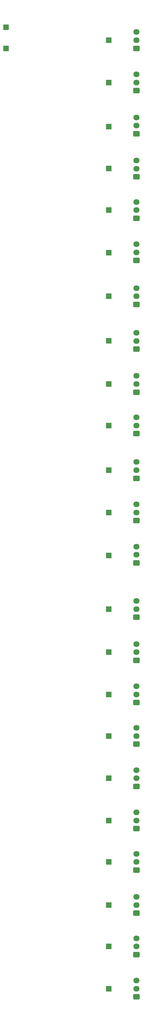
<source format=gbr>
%TF.GenerationSoftware,KiCad,Pcbnew,8.0.1*%
%TF.CreationDate,2024-04-02T05:11:47+03:00*%
%TF.ProjectId,led connectors,6c656420-636f-46e6-9e65-63746f72732e,rev?*%
%TF.SameCoordinates,Original*%
%TF.FileFunction,Soldermask,Bot*%
%TF.FilePolarity,Negative*%
%FSLAX46Y46*%
G04 Gerber Fmt 4.6, Leading zero omitted, Abs format (unit mm)*
G04 Created by KiCad (PCBNEW 8.0.1) date 2024-04-02 05:11:47*
%MOMM*%
%LPD*%
G01*
G04 APERTURE LIST*
G04 Aperture macros list*
%AMRoundRect*
0 Rectangle with rounded corners*
0 $1 Rounding radius*
0 $2 $3 $4 $5 $6 $7 $8 $9 X,Y pos of 4 corners*
0 Add a 4 corners polygon primitive as box body*
4,1,4,$2,$3,$4,$5,$6,$7,$8,$9,$2,$3,0*
0 Add four circle primitives for the rounded corners*
1,1,$1+$1,$2,$3*
1,1,$1+$1,$4,$5*
1,1,$1+$1,$6,$7*
1,1,$1+$1,$8,$9*
0 Add four rect primitives between the rounded corners*
20,1,$1+$1,$2,$3,$4,$5,0*
20,1,$1+$1,$4,$5,$6,$7,0*
20,1,$1+$1,$6,$7,$8,$9,0*
20,1,$1+$1,$8,$9,$2,$3,0*%
G04 Aperture macros list end*
%ADD10R,1.700000X1.700000*%
%ADD11RoundRect,0.250000X0.725000X-0.600000X0.725000X0.600000X-0.725000X0.600000X-0.725000X-0.600000X0*%
%ADD12O,1.950000X1.700000*%
G04 APERTURE END LIST*
D10*
%TO.C,J48*%
X31750000Y-29500000D03*
%TD*%
%TO.C,J1*%
X31750000Y-23000000D03*
%TD*%
%TO.C,J33*%
X63500000Y-267000000D03*
%TD*%
D11*
%TO.C,J47*%
X72000000Y-321250000D03*
D12*
X72000000Y-318750000D03*
X72000000Y-316250000D03*
%TD*%
D10*
%TO.C,J31*%
X63500000Y-241000000D03*
%TD*%
%TO.C,J36*%
X63500000Y-305750000D03*
%TD*%
%TO.C,J13*%
X63500000Y-159250000D03*
%TD*%
%TO.C,J34*%
X63500000Y-279750000D03*
%TD*%
D11*
%TO.C,J16*%
X72000000Y-42500000D03*
D12*
X72000000Y-40000000D03*
X72000000Y-37500000D03*
%TD*%
D11*
%TO.C,J46*%
X72000000Y-308250000D03*
D12*
X72000000Y-305750000D03*
X72000000Y-303250000D03*
%TD*%
D11*
%TO.C,J18*%
X72000000Y-69000000D03*
D12*
X72000000Y-66500000D03*
X72000000Y-64000000D03*
%TD*%
D10*
%TO.C,J12*%
X63500000Y-145500000D03*
%TD*%
D11*
%TO.C,J19*%
X72050000Y-81750000D03*
D12*
X72050000Y-79250000D03*
X72050000Y-76750000D03*
%TD*%
D11*
%TO.C,J2*%
X72000000Y-29500000D03*
D12*
X72000000Y-27000000D03*
X72000000Y-24500000D03*
%TD*%
D10*
%TO.C,J6*%
X63475000Y-66450000D03*
%TD*%
D11*
%TO.C,J41*%
X72000000Y-243500000D03*
D12*
X72000000Y-241000000D03*
X72000000Y-238500000D03*
%TD*%
D11*
%TO.C,J21*%
X72000000Y-108250000D03*
D12*
X72000000Y-105750000D03*
X72000000Y-103250000D03*
%TD*%
D11*
%TO.C,J17*%
X72000000Y-55750000D03*
D12*
X72000000Y-53250000D03*
X72000000Y-50750000D03*
%TD*%
D10*
%TO.C,J7*%
X63500000Y-79250000D03*
%TD*%
%TO.C,J5*%
X63500000Y-53600000D03*
%TD*%
D11*
%TO.C,J22*%
X72000000Y-122000000D03*
D12*
X72000000Y-119500000D03*
X72000000Y-117000000D03*
%TD*%
D10*
%TO.C,J8*%
X63500000Y-92350000D03*
%TD*%
%TO.C,J3*%
X63500000Y-27000000D03*
%TD*%
D11*
%TO.C,J26*%
X72000000Y-174750000D03*
D12*
X72000000Y-172250000D03*
X72000000Y-169750000D03*
%TD*%
D10*
%TO.C,J28*%
X63500000Y-202000000D03*
%TD*%
D11*
%TO.C,J25*%
X72000000Y-161750000D03*
D12*
X72000000Y-159250000D03*
X72000000Y-156750000D03*
%TD*%
D11*
%TO.C,J45*%
X72000000Y-295500000D03*
D12*
X72000000Y-293000000D03*
X72000000Y-290500000D03*
%TD*%
D11*
%TO.C,J38*%
X72000000Y-204500000D03*
D12*
X72000000Y-202000000D03*
X72000000Y-199500000D03*
%TD*%
D10*
%TO.C,J29*%
X63500000Y-215250000D03*
%TD*%
%TO.C,J32*%
X63500000Y-254000000D03*
%TD*%
D11*
%TO.C,J39*%
X72000000Y-217750000D03*
D12*
X72000000Y-215250000D03*
X72000000Y-212750000D03*
%TD*%
D10*
%TO.C,J35*%
X63500000Y-293000000D03*
%TD*%
%TO.C,J14*%
X63500000Y-172250000D03*
%TD*%
%TO.C,J9*%
X63500000Y-105750000D03*
%TD*%
D11*
%TO.C,J44*%
X72000000Y-282250000D03*
D12*
X72000000Y-279750000D03*
X72000000Y-277250000D03*
%TD*%
D10*
%TO.C,J10*%
X63450000Y-119450000D03*
%TD*%
D11*
%TO.C,J40*%
X72000000Y-230750000D03*
D12*
X72000000Y-228250000D03*
X72000000Y-225750000D03*
%TD*%
D11*
%TO.C,J23*%
X72000000Y-135250000D03*
D12*
X72000000Y-132750000D03*
X72000000Y-130250000D03*
%TD*%
D11*
%TO.C,J43*%
X72000000Y-269500000D03*
D12*
X72000000Y-267000000D03*
X72000000Y-264500000D03*
%TD*%
D10*
%TO.C,J11*%
X63500000Y-132750000D03*
%TD*%
D11*
%TO.C,J24*%
X72000000Y-148000000D03*
D12*
X72000000Y-145500000D03*
X72000000Y-143000000D03*
%TD*%
D10*
%TO.C,J4*%
X63500000Y-40000000D03*
%TD*%
D11*
%TO.C,J42*%
X72000000Y-256500000D03*
D12*
X72000000Y-254000000D03*
X72000000Y-251500000D03*
%TD*%
D10*
%TO.C,J37*%
X63500000Y-318750000D03*
%TD*%
%TO.C,J30*%
X63500000Y-228250000D03*
%TD*%
D11*
%TO.C,J20*%
X72000000Y-94750000D03*
D12*
X72000000Y-92250000D03*
X72000000Y-89750000D03*
%TD*%
D11*
%TO.C,J27*%
X72000000Y-187750000D03*
D12*
X72000000Y-185250000D03*
X72000000Y-182750000D03*
%TD*%
D10*
%TO.C,J15*%
X63500000Y-185500000D03*
%TD*%
M02*

</source>
